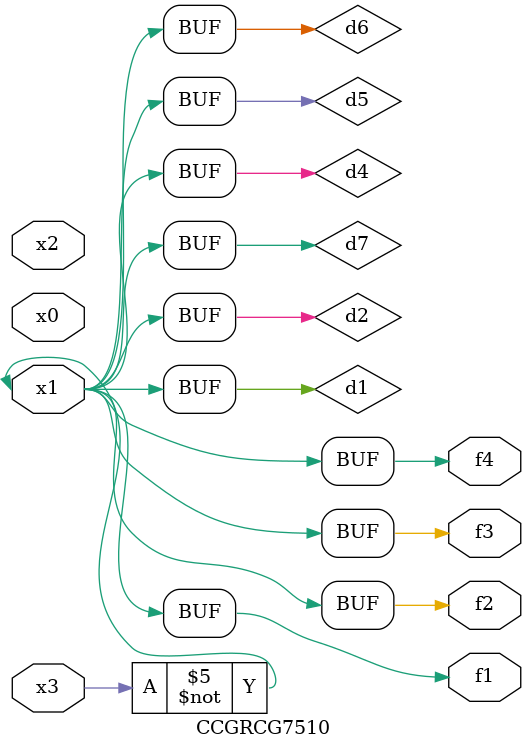
<source format=v>
module CCGRCG7510(
	input x0, x1, x2, x3,
	output f1, f2, f3, f4
);

	wire d1, d2, d3, d4, d5, d6, d7;

	not (d1, x3);
	buf (d2, x1);
	xnor (d3, d1, d2);
	nor (d4, d1);
	buf (d5, d1, d2);
	buf (d6, d4, d5);
	nand (d7, d4);
	assign f1 = d6;
	assign f2 = d7;
	assign f3 = d6;
	assign f4 = d6;
endmodule

</source>
